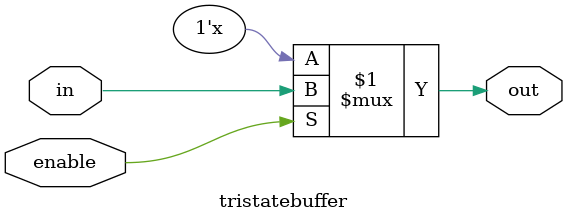
<source format=v>
module tristatebuffertb;
    reg in;              
    reg enable;          
    wire out;            


    tristatebuffer inst (
        .in(in),
        .enable(enable),
        .out(out)
    );

    initial begin
        in = 1; enable = 1; #10; 
        in = 0; enable = 1; #10; 
        in = 1; enable = 0; #10; 
        in = 0; enable = 0; #10; 
        $finish; 
    end
endmodule

module tristatebuffer (
    input wire in,     
    input wire enable,   
    output wire out      
);
    assign out = enable ? in : 1'bZ; 
endmodule
</source>
